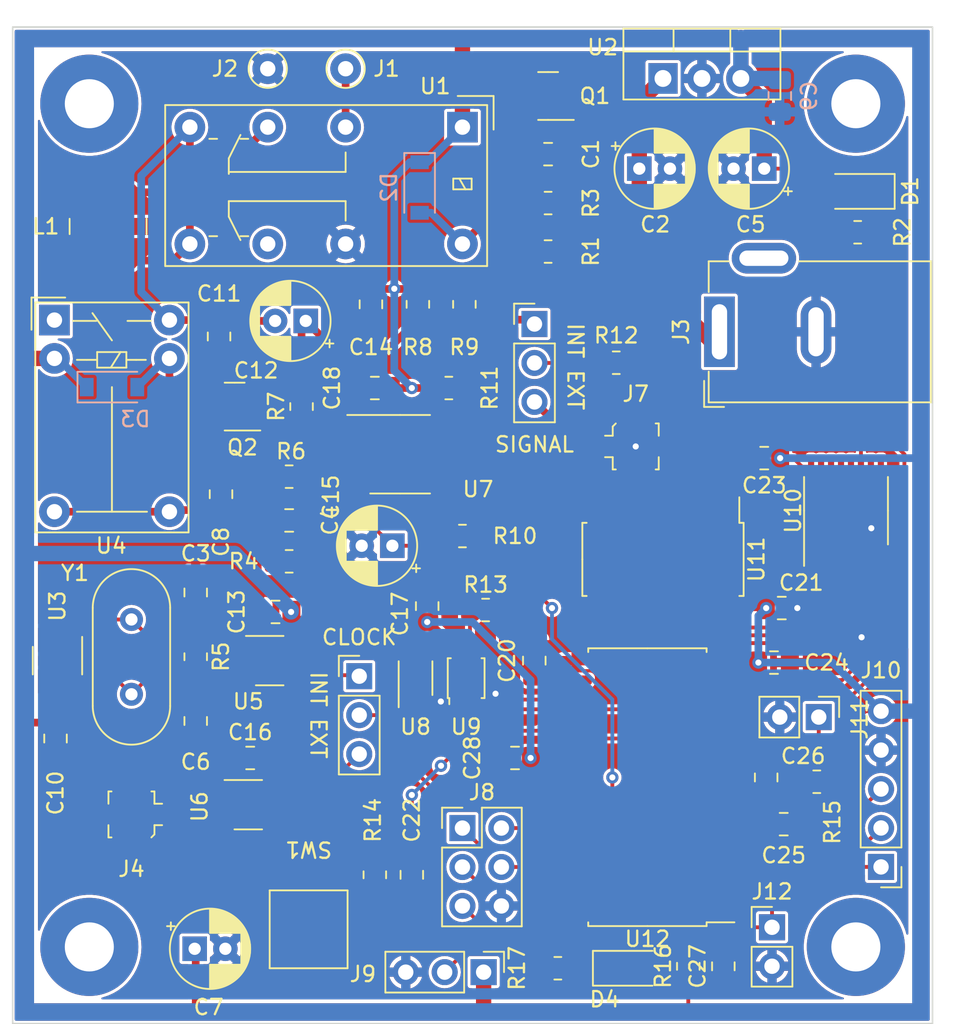
<source format=kicad_pcb>
(kicad_pcb (version 20211014) (generator pcbnew)
  (layers (0 "F.Cu" signal) (31 "B.Cu" signal) (34 "B.Paste" user) (35 "F.Paste" user) (36 "B.SilkS" user "B.Silkscreen") (37 "F.SilkS" user "F.Silkscreen") (38 "B.Mask" user) (39 "F.Mask" user) (44 "Edge.Cuts" user))
  (net 0 "")
  (net 1 "/MODE_RELAY")
  (net 2 "/CAL_RELAY")
  (net 3 "Net-(C12-Pad1)")
  (net 4 "GND")
  (net 5 "Net-(C2-Pad1)")
  (net 6 "Net-(C3-Pad1)")
  (net 7 "Net-(C4-Pad2)")
  (net 8 "Net-(C8-Pad2)")
  (net 9 "Net-(C11-Pad2)")
  (net 10 "Net-(C15-Pad1)")
  (net 11 "/MODE")
  (net 12 "Net-(C6-Pad1)")
  (net 13 "Net-(D1-Pad1)")
  (net 14 "/CAL")
  (net 15 "Net-(C1-Pad2)")
  (net 16 "Net-(J4-Pad1)")
  (net 17 "/MOD_SEL")
  (net 18 "Net-(J1-Pad1)")
  (net 19 "Net-(L1-Pad2)")
  (net 20 "Net-(J5-Pad1)")
  (net 21 "Net-(J5-Pad3)")
  (net 22 "/IPOL")
  (net 23 "/~{RESET}")
  (net 24 "/SIG_OUT")
  (net 25 "/ADR2")
  (net 26 "Net-(J6-Pad1)")
  (net 27 "/ADR1")
  (net 28 "/AVRCLK")
  (net 29 "/ICP1")
  (net 30 "/ADR0")
  (net 31 "+5V")
  (net 32 "Net-(J6-Pad2)")
  (net 33 "/SIG_RED")
  (net 34 "Net-(R13-Pad2)")
  (net 35 "/CAL_SEL")
  (net 36 "Net-(R14-Pad1)")
  (net 38 "Net-(J6-Pad3)")
  (net 42 "/UPDI")
  (net 43 "Net-(U8-Pad5)")
  (net 44 "Net-(D4-Pad1)")
  (net 45 "Net-(U9-Pad1)")
  (net 46 "Net-(U10-Pad1)")
  (net 47 "Net-(U10-Pad3)")
  (net 48 "Net-(U10-Pad4)")
  (net 50 "Net-(U10-Pad6)")
  (net 56 "/DISP{slash}SS")
  (net 57 "Net-(U10-Pad2)")
  (net 58 "Net-(U10-Pad5)")
  (net 59 "Net-(U10-Pad7)")
  (net 60 "Net-(U10-Pad15)")
  (net 61 "/DISP{slash}SDA")
  (net 62 "/DISP{slash}SDC")
  (net 63 "Net-(U12-Pad1)")
  (net 64 "/UNUSED_1")
  (net 65 "/UNUSED_2")
  (net 66 "/UNUSED_3")
  (net 67 "/UNUSED_4")
  (net 68 "/UNUSED_5")
  (footprint "Capacitor_SMD:C_0805_2012Metric_Pad1.18x1.45mm_HandSolder" (layer "F.Cu") (at 167.767 82.677)
    (fp_text reference "C28")
    (fp_text value "100n")
  )
  (footprint "Capacitor_SMD:C_0805_2012Metric_Pad1.18x1.45mm_HandSolder" (layer "F.Cu") (at 152.146 73.152)
    (fp_text reference "C13")
    (fp_text value "100n")
  )
  (footprint "LED_SMD:LED_1206_3216Metric" (layer "F.Cu") (at 190.246 45.72 180)
    (fp_text reference "D1")
    (fp_text value "LED")
  )
  (footprint "MountingHole:MountingHole_3.2mm_M3_Pad" (layer "F.Cu") (at 140 40)
    (fp_text reference "H3" hide)
    (fp_text value "MountingHole")
  )
  (footprint "Package_TO_SOT_SMD:SOT-23-5_HandSoldering" (layer "F.Cu") (at 151.765 76.327)
    (fp_text reference "U5")
    (fp_text value "74AHC1G14")
  )
  (footprint "Resistor_SMD:R_0805_2012Metric_Pad1.20x1.40mm_HandSolder" (layer "F.Cu") (at 164.465 53.086 -90)
    (fp_text reference "R9")
    (fp_text value "100k")
  )
  (footprint "Resistor_SMD:R_0805_2012Metric_Pad1.20x1.40mm_HandSolder" (layer "F.Cu") (at 158.623 90.297 90)
    (fp_text reference "R14")
    (fp_text value "330R")
  )
  (footprint "Connector_Pin:Pin_D1.0mm_L10.0mm" (layer "F.Cu") (at 151.638 37.719)
    (fp_text reference "J2")
    (fp_text value "INPUT-")
  )
  (footprint "Connector_PinHeader_2.54mm:PinHeader_1x05_P2.54mm_Vertical" (layer "F.Cu") (at 191.643 89.784 180)
    (fp_text reference "J10")
    (fp_text value "DISPLAY")
  )
  (footprint "Capacitor_THT:CP_Radial_D5.0mm_P2.00mm" (layer "F.Cu") (at 146.872888 95.123)
    (fp_text reference "C7")
    (fp_text value "100u")
  )
  (footprint "Capacitor_SMD:C_0805_2012Metric_Pad1.18x1.45mm_HandSolder" (layer "F.Cu") (at 169.926 43.292 180)
    (fp_text reference "C1")
    (fp_text value "100n")
  )
  (footprint "Package_SO:SOIC-8-1EP_3.9x4.9mm_P1.27mm_EP2.41x3.3mm" (layer "F.Cu") (at 160.274 62.865)
    (fp_text reference "U7")
    (fp_text value "LM311")
  )
  (footprint "Resistor_SMD:R_0805_2012Metric_Pad1.20x1.40mm_HandSolder" (layer "F.Cu") (at 161.432 53.086 90)
    (fp_text reference "R8")
    (fp_text value "100k")
  )
  (footprint "Resistor_SMD:R_0805_2012Metric_Pad1.20x1.40mm_HandSolder" (layer "F.Cu") (at 163.449 58.547 180)
    (fp_text reference "R11")
    (fp_text value "1k")
  )
  (footprint "Capacitor_SMD:C_0805_2012Metric_Pad1.18x1.45mm_HandSolder" (layer "F.Cu") (at 161.036 90.297 -90)
    (fp_text reference "C22")
    (fp_text value "1u")
  )
  (footprint "Capacitor_SMD:C_0805_2012Metric_Pad1.18x1.45mm_HandSolder" (layer "F.Cu") (at 158.623 58.547)
    (fp_text reference "C18")
    (fp_text value "100n")
  )
  (footprint "Package_SO:SOIC-16_4.55x10.3mm_P1.27mm" (layer "F.Cu") (at 177.419 69.723 -90)
    (fp_text reference "U11")
    (fp_text value "74HCS251")
  )
  (footprint "custom:Omron G2E" (layer "F.Cu") (at 141.475 66.614 -90)
    (fp_text reference "U4")
    (fp_text value "Omron_G2E")
  )
  (footprint "Capacitor_SMD:C_0805_2012Metric_Pad1.18x1.45mm_HandSolder" (layer "F.Cu") (at 146.939 71.882 90)
    (fp_text reference "C3")
    (fp_text value "12p")
  )
  (footprint "Resistor_SMD:R_0805_2012Metric_Pad1.20x1.40mm_HandSolder" (layer "F.Cu") (at 146.939 76.073 -90)
    (fp_text reference "R5")
    (fp_text value "1M")
  )
  (footprint "Resistor_SMD:R_0805_2012Metric_Pad1.20x1.40mm_HandSolder" (layer "F.Cu") (at 179.07 96.266 90)
    (fp_text reference "R16")
    (fp_text value "10k-DNP")
  )
  (footprint "Capacitor_THT:CP_Radial_D5.0mm_P2.00mm" (layer "F.Cu") (at 154.117113 54.168 180)
    (fp_text reference "C12")
    (fp_text value "10u")
  )
  (footprint "Connector_BarrelJack:BarrelJack_GCT_DCJ200-10-A_Horizontal" (layer "F.Cu") (at 181.102 54.879 90)
    (fp_text reference "J3")
    (fp_text value "Barrel_Jack")
  )
  (footprint "Connector_PinHeader_2.54mm:PinHeader_1x02_P2.54mm_Vertical" (layer "F.Cu") (at 187.579 80.01 -90)
    (fp_text reference "J11")
    (fp_text value "MODE_BUTTON")
  )
  (footprint "Package_TO_SOT_SMD:SOT-23" (layer "F.Cu") (at 149.479 59.756 180)
    (fp_text reference "Q2")
    (fp_text value "BC817")
  )
  (footprint "Resistor_SMD:R_0805_2012Metric_Pad1.20x1.40mm_HandSolder" (layer "F.Cu") (at 153.844 59.756 90)
    (fp_text reference "R7")
    (fp_text value "100k")
  )
  (footprint "Capacitor_SMD:C_0805_2012Metric_Pad1.18x1.45mm_HandSolder" (layer "F.Cu") (at 185.166 72.898 180)
    (fp_text reference "C21")
    (fp_text value "100n")
  )
  (footprint "Capacitor_SMD:C_0805_2012Metric_Pad1.18x1.45mm_HandSolder" (layer "F.Cu") (at 150.495 82.677)
    (fp_text reference "C16")
    (fp_text value "100n")
  )
  (footprint "Capacitor_SMD:C_0805_2012Metric_Pad1.18x1.45mm_HandSolder" (layer "F.Cu") (at 162.04 72.771 -90)
    (fp_text reference "C17")
    (fp_text value "100n")
  )
  (footprint "Capacitor_SMD:C_0805_2012Metric_Pad1.18x1.45mm_HandSolder" (layer "F.Cu") (at 153.035 67.183 180)
    (fp_text reference "C4")
    (fp_text value "100n")
  )
  (footprint "Capacitor_SMD:C_0805_2012Metric_Pad1.18x1.45mm_HandSolder" (layer "F.Cu") (at 146.939 80.264 -90)
    (fp_text reference "C6")
    (fp_text value "12p")
  )
  (footprint "Resistor_SMD:R_0805_2012Metric_Pad1.20x1.40mm_HandSolder" (layer "F.Cu") (at 153.035 64.328)
    (fp_text reference "R6")
    (fp_text value "10k")
  )
  (footprint "Capacitor_SMD:C_0805_2012Metric_Pad1.18x1.45mm_HandSolder" (layer "F.Cu") (at 148.463 55.184 90)
    (fp_text reference "C11")
    (fp_text value "1000p")
  )
  (footprint "Capacitor_SMD:C_0805_2012Metric_Pad1.18x1.45mm_HandSolder" (layer "F.Cu") (at 148.59 65.471 -90)
    (fp_text reference "C8")
    (fp_text value "1000p")
  )
  (footprint "LED_SMD:LED_1206_3216Metric" (layer "F.Cu") (at 175.133 96.393)
    (fp_text reference "D4")
    (fp_text value "LED")
  )
  (footprint "Resistor_SMD:R_0805_2012Metric_Pad1.20x1.40mm_HandSolder" (layer "F.Cu") (at 169.926 46.482)
    (fp_text reference "R3")
    (fp_text value "10k")
  )
  (footprint "Package_TO_SOT_THT:TO-220-3_Vertical" (layer "F.Cu") (at 177.419 38.354)
    (fp_text reference "U2")
    (fp_text value "L7805")
  )
  (footprint "custom:Omron G2V-2" (layer "F.Cu") (at 155.448 45.339 180)
    (fp_text reference "U1")
    (fp_text value "Omron_G2V")
  )
  (footprint "Capacitor_SMD:C_0805_2012Metric_Pad1.18x1.45mm_HandSolder" (layer "F.Cu") (at 184.15 83.947 -90)
    (fp_text reference "C26")
    (fp_text value "100n")
  )
  (footprint "Capacitor_SMD:C_0805_2012Metric_Pad1.18x1.45mm_HandSolder" (layer "F.Cu") (at 185.293 86.995 180)
    (fp_text reference "C25")
    (fp_text value "100n")
  )
  (footprint "Resistor_SMD:R_0805_2012Metric_Pad1.20x1.40mm_HandSolder" (layer "F.Cu") (at 164.338 68.199)
    (fp_text reference "R10")
    (fp_text value "47k")
  )
  (footprint "Resistor_SMD:R_0805_2012Metric_Pad1.20x1.40mm_HandSolder" (layer "F.Cu") (at 153.035 69.85)
    (fp_text reference "R4")
    (fp_text value "1k")
  )
  (footprint "Package_SO:VSSOP-8_2.3x2mm_P0.5mm" (layer "F.Cu") (at 161.278 77.47 90)
    (fp_text reference "U8")
    (fp_text value "74AUC1G74")
  )
  (footprint "Resistor_SMD:R_0805_2012Metric_Pad1.20x1.40mm_HandSolder" (layer "F.Cu") (at 174.371 56.896)
    (fp_text reference "R12")
    (fp_text value "6k8")
  )
  (footprint "custom:BUTTON_5X5" (layer "F.Cu") (at 154.305 93.853 -90)
    (fp_text reference "SW1")
    (fp_text value "RESET_BTN")
  )
  (footprint "Package_SO:VSSOP-8_2.4x2.1mm_P0.5mm" (layer "F.Cu") (at 164.58 77.47 90)
    (fp_text reference "U9")
    (fp_text value "74AUC2G125")
  )
  (footprint "Connector_PinHeader_2.54mm:PinHeader_1x02_P2.54mm_Vertical" (layer "F.Cu") (at 184.531 93.721)
    (fp_text reference "J12")
    (fp_text value "CAL_BUTTON")
  )
  (footprint "Resistor_SMD:R_0805_2012Metric_Pad1.20x1.40mm_HandSolder" (layer "F.Cu") (at 165.85 73.025 180)
    (fp_text reference "R13")
    (fp_text value "200R")
  )
  (footprint "Connector_Pin:Pin_D1.0mm_L10.0mm" (layer "F.Cu") (at 156.718 37.719)
    (fp_text reference "J1")
    (fp_text value "INPUT+")
  )
  (footprint "Capacitor_SMD:C_0805_2012Metric_Pad1.18x1.45mm_HandSolder" (layer "F.Cu") (at 184.658 76.454 180)
    (fp_text reference "C24")
    (fp_text value "100n")
  )
  (footprint "Resistor_SMD:R_0805_2012Metric_Pad1.20x1.40mm_HandSolder" (layer "F.Cu") (at 169.926 49.642)
    (fp_text reference "R1")
    (fp_text value "1k")
  )
  (footprint "Resistor_SMD:R_0805_2012Metric_Pad1.20x1.40mm_HandSolder" (layer "F.Cu") (at 170.561 96.393 180)
    (fp_text reference "R17")
    (fp_text value "470R")
  )
  (footprint "Capacitor_SMD:C_0805_2012Metric_Pad1.18x1.45mm_HandSolder" (layer "F.Cu") (at 158.369 53.086 90)
    (fp_text reference "C14")
    (fp_text value "100n")
  )
  (footprint "Package_TO_SOT_SMD:SOT-23" (layer "F.Cu") (at 169.926 39.497 180)
    (fp_text reference "Q1")
    (fp_text value "BC817")
  )
  (footprint "Crystal:Crystal_HC49-4H_Vertical" (layer "F.Cu") (at 142.748 78.523 90)
    (fp_text reference "Y1")
    (fp_text value "10MHz")
  )
  (footprint "Connector_Coaxial:U.FL_Molex_MCRF_73412-0110_Vertical" (layer "F.Cu") (at 142.748 86.36 90)
    (fp_text reference "J4")
    (fp_text value "EXT_CLK")
  )
  (footprint "Capacitor_THT:CP_Radial_D5.0mm_P2.00mm" (layer "F.Cu") (at 175.873776 44.237)
    (fp_text reference "C2")
    (fp_text value "100u")
  )
  (footprint "Capacitor_THT:CP_Radial_D5.0mm_P2.00mm" (layer "F.Cu") (at 159.766 68.834 180)
    (fp_text reference "C15")
    (fp_text value "10u")
  )
  (footprint "Capacitor_SMD:C_0805_2012Metric_Pad1.18x1.45mm_HandSolder" (layer "F.Cu") (at 169.025 76.327 -90)
    (fp_text reference "C20")
    (fp_text value "470p")
  )
  (footprint "Package_SO:SOIC-28W_7.5x17.9mm_P1.27mm" (layer "F.Cu") (at 176.403 84.582 180)
    (fp_text reference "U12")
    (fp_text value "AVR32DB28x-xSO")
  )
  (footprint "MountingHole:MountingHole_3.2mm_M3_Pad" (layer "F.Cu") (at 190 95)
    (fp_text reference "H4" hide)
    (fp_text value "MountingHole")
  )
  (footprint "Connector_Coaxial:U.FL_Molex_MCRF_73412-0110_Vertical" (layer "F.Cu") (at 175.641 62.357 -90)
    (fp_text reference "J7")
    (fp_text value "EXT_SIG")
  )
  (footprint "Package_TO_SOT_SMD:SOT-23-5_HandSoldering" (layer "F.Cu") (at 150.368 85.725)
    (fp_text reference "U6")
    (fp_text value "74AHC1G04")
  )
  (footprint "Capacitor_SMD:C_0805_2012Metric_Pad1.18x1.45mm_HandSolder" (layer "F.Cu") (at 181.356 96.266 90)
    (fp_text reference "C27")
    (fp_text value "100n")
  )
  (footprint "Capacitor_SMD:C_0805_2012Metric_Pad1.18x1.45mm_HandSolder" (layer "F.Cu") (at 137.795 81.407 90)
    (fp_text reference "C10")
    (fp_text value "100n")
  )
  (footprint "Connector_PinHeader_2.54mm:PinHeader_1x03_P2.54mm_Vertical" (layer "F.Cu") (at 157.607 77.343)
    (fp_text reference "J5" hide)
    (fp_text value "CLKSRC")
  )
  (footprint "Connector_PinHeader_2.54mm:PinHeader_1x03_P2.54mm_Vertical" (layer "F.Cu") (at 165.72 96.647 -90)
    (fp_text reference "J9")
    (fp_text value "PROG")
  )
  (footprint "Resistor_SMD:R_0805_2012Metric_Pad1.20x1.40mm_HandSolder" (layer "F.Cu") (at 190.119 48.387 180)
    (fp_text reference "R2")
    (fp_text value "470R")
  )
  (footprint "Connector_PinHeader_2.54mm:PinHeader_1x03_P2.54mm_Vertical" (layer "F.Cu") (at 169.037 54.371)
    (fp_text reference "J6" hide)
    (fp_text value "SIGSRC")
  )
  (footprint "Resistor_SMD:R_0805_2012Metric_Pad1.20x1.40mm_HandSolder" (layer "F.Cu") (at 187.452 84.228 180)
    (fp_text reference "R15")
    (fp_text value "10k-DNP")
  )
  (footprint "Connector_PinHeader_2.54mm:PinHeader_2x03_P2.54mm_Vertical" (layer "F.Cu") (at 164.338 87.249)
    (fp_text reference "J8")
    (fp_text value "Conn_01x06_Male")
  )
  (footprint "MountingHole:MountingHole_3.2mm_M3_Pad" (layer "F.Cu") (at 140 95)
    (fp_text reference "H2" hide)
    (fp_text value "MountingHole")
  )
  (footprint "Capacitor_SMD:C_0805_2012Metric_Pad1.18x1.45mm_HandSolder" (layer "F.Cu") (at 184.023 63.119)
    (fp_text reference "C23")
    (fp_text value "100n")
  )
  (footprint "Capacitor_THT:CP_Radial_D5.0mm_P2.00mm" (layer "F.Cu") (at 184.023 44.237 180)
    (fp_text reference "C5")
    (fp_text value "100u")
  )
  (footprint "Package_SO:TSSOP-16_4.4x5mm_P0.65mm" (layer "F.Cu") (at 189.357 66.548 90)
    (fp_text reference "U10")
    (fp_text value "74HC590PW,118")
  )
  (footprint "MountingHole:MountingHole_3.2mm_M3_Pad" (layer "F.Cu") (at 190 40)
    (fp_text reference "H1" hide)
    (fp_text value "MountingHole")
  )
  (footprint "Inductor_SMD:L_Coilcraft_LPS5030" (layer "F.Cu") (at 141.224 48.006 -90)
    (fp_text reference "L1")
    (fp_text value "100u")
  )
  (footprint "Package_TO_SOT_SMD:SOT-23-5_HandSoldering" (layer "F.Cu") (at 137.922 76.327 -90)
    (fp_text reference "U3")
    (fp_text value "74AHC1G04")
  )
  (footprint "Capacitor_SMD:C_0805_2012Metric_Pad1.18x1.45mm_HandSolder" (layer "B.Cu") (at 185.039 39.497 90)
    (fp_text reference "C9")
    (fp_text value "100n")
  )
  (footprint "Diode_SMD:D_SOD-123" (layer "B.Cu") (at 161.544 45.466 -90)
    (fp_text reference "D2")
    (fp_text value "1N4148W")
  )
  (footprint "Diode_SMD:D_SOD-123" (layer "B.Cu") (at 141.478 58.486)
    (fp_text reference "D3")
    (fp_text value "1N4148W")
  )
  (gr_rect locked (start 135 100) (end 195 35) (layer "Edge.Cuts") (width 0.1) (fill none))
  (gr_text "CLOCK" (at 157.607 74.803) (layer "F.SilkS") (effects (font (size 1 1))))
  (gr_text "INT EXT" (at 171.704 57.15 270) (layer "F.SilkS") (effects (font (size 1 1))))
  (gr_text "INT EXT" (at 154.94 79.883 270) (layer "F.SilkS") (effects (font (size 1 1))))
  (gr_text "SIGNAL" (at 169.037 62.23) (layer "F.SilkS") (effects (font (size 1 1))))
  (segment (start 168.9885 39.497) (end 167.894 39.497) (width 0.5) (layer "F.Cu") (net 1))
  (segment (start 167.894 39.497) (end 166.878 40.513) (width 0.5) (layer "F.Cu") (net 1))
  (segment (start 166.878 46.609) (end 164.338 49.149) (width 0.5) (layer "F.Cu") (net 1))
  (segment (start 166.878 40.513) (end 166.878 46.609) (width 0.5) (layer "F.Cu") (net 1))
  (segment (start 161.544 47.116) (end 162.305 47.116) (width 0.5) (layer "B.Cu") (net 1))
  (segment (start 162.305 47.116) (end 164.338 49.149) (width 0.5) (layer "B.Cu") (net 1))
  (segment (start 147.132 59.756) (end 145.225 57.849) (width 0.5) (layer "F.Cu") (net 2))
  (segment (start 145.225 57.849) (end 145.225 56.614) (width 0.5) (layer "F.Cu") (net 2))
  (segment (start 148.5415 59.756) (end 147.132 59.756) (width 0.5) (layer "F.Cu") (net 2))
  (segment (start 145 56.614) (end 143.128 58.486) (width 0.5) (layer "B.Cu") (net 2))
  (segment (start 145.225 56.614) (end 145 56.614) (width 0.5) (layer "B.Cu") (net 2))
  (segment (start 155.110113 55.161) (end 155.110113 55.161113) (width 0.5) (layer "F.Cu") (net 3))
  (segment (start 155.110113 55.161113) (end 155.829 55.88) (width 0.5) (layer "F.Cu") (net 3))
  (segment (start 159.638 55.88) (end 161.432 54.086) (width 0.5) (layer "F.Cu") (net 3))
  (segment (start 154.117113 54.168) (end 155.110113 55.161) (width 0.5) (layer "F.Cu") (net 3))
  (segment (start 153.844 58.756) (end 153.844 54.441113) (width 0.5) (layer "F.Cu") (net 3))
  (segment (start 161.814 54.086) (end 161.432 54.086) (width 0.5) (layer "F.Cu") (net 3))
  (segment (start 156.718 62.23) (end 155.448 60.96) (width 0.25) (layer "F.Cu") (net 3))
  (segment (start 153.844 54.441113) (end 154.117113 54.168) (width 0.5) (layer "F.Cu") (net 3))
  (segment (start 164.465 52.086) (end 163.814 52.086) (width 0.5) (layer "F.Cu") (net 3))
  (segment (start 155.829 55.88) (end 159.638 55.88) (width 0.5) (layer "F.Cu") (net 3))
  (segment (start 163.814 52.086) (end 161.814 54.086) (width 0.5) (layer "F.Cu") (net 3))
  (segment (start 155.448 60.96) (end 155.448 59.944) (width 0.25) (layer "F.Cu") (net 3))
  (segment (start 154.26 58.756) (end 153.844 58.756) (width 0.25) (layer "F.Cu") (net 3))
  (segment (start 155.448 59.944) (end 154.26 58.756) (width 0.25) (layer "F.Cu") (net 3))
  (segment (start 157.799 62.23) (end 156.718 62.23) (width 0.25) (layer "F.Cu") (net 3))
  (via (at 191.008 67.691) (size 0.8) (drill 0.4) (layers "F.Cu" "B.Cu") (net 4))
  (via (at 186.182 72.898) (size 0.8) (drill 0.4) (layers "F.Cu" "B.Cu") (net 4))
  (via (at 166.497 78.486) (size 0.8) (drill 0.4) (layers "F.Cu" "B.Cu") (net 4))
  (via (at 190.373 74.803) (size 0.8) (drill 0.4) (layers "F.Cu" "B.Cu") (net 4))
  (via (at 162.929 78.994) (size 0.8) (drill 0.4) (layers "F.Cu" "B.Cu") (net 4))
  (via (at 175.641 62.357) (size 0.8) (drill 0.4) (layers "F.Cu" "B.Cu") (net 4))
  (segment (start 175.873776 44.237) (end 175.873776 50.793776) (width 1) (layer "F.Cu") (net 5))
  (segment (start 175.873776 50.793776) (end 181.102 56.022) (width 1) (layer "F.Cu") (net 5))
  (segment (start 175.873776 39.899224) (end 177.419 38.354) (width 1) (layer "F.Cu") (net 5))
  (segment (start 175.873776 44.237) (end 175.873776 39.899224) (width 1) (layer "F.Cu") (net 5))
  (segment (start 137.795 74.977) (end 137.795 74.168) (width 0.25) (layer "F.Cu") (net 6))
  (segment (start 138.32 73.643) (end 142.748 73.643) (width 0.25) (layer "F.Cu") (net 6))
  (segment (start 142.748 73.643) (end 144.178 75.073) (width 0.25) (layer "F.Cu") (net 6))
  (segment (start 146.939 72.9195) (end 146.939 75.073) (width 0.25) (layer "F.Cu") (net 6))
  (segment (start 137.795 74.168) (end 138.32 73.643) (width 0.25) (layer "F.Cu") (net 6))
  (segment (start 144.178 75.073) (end 146.939 75.073) (width 0.25) (layer "F.Cu") (net 6))
  (segment (start 152.035 67.2205) (end 151.9975 67.183) (width 0.5) (layer "F.Cu") (net 7))
  (segment (start 152.035 69.85) (end 152.035 67.2205) (width 0.5) (layer "F.Cu") (net 7))
  (segment (start 152.035 62.881) (end 152.035 64.328) (width 0.5) (layer "F.Cu") (net 7))
  (segment (start 151.9975 64.3655) (end 152.035 64.328) (width 0.5) (layer "F.Cu") (net 7))
  (segment (start 150.4165 61.2625) (end 152.035 62.881) (width 0.5) (layer "F.Cu") (net 7))
  (segment (start 150.4165 60.706) (end 150.4165 61.2625) (width 0.5) (layer "F.Cu") (net 7))
  (segment (start 151.9975 67.183) (end 151.9975 64.3655) (width 0.5) (layer "F.Cu") (net 7))
  (segment (start 137.725 66.614) (end 145.225 66.614) (width 0.5) (layer "F.Cu") (net 8))
  (segment (start 145.3305 66.5085) (end 145.225 66.614) (width 0.5) (layer "F.Cu") (net 8))
  (segment (start 148.59 66.5085) (end 145.3305 66.5085) (width 0.5) (layer "F.Cu") (net 8))
  (segment (start 148.4305 54.114) (end 148.463 54.1465) (width 0.5) (layer "F.Cu") (net 9))
  (segment (start 145.225 54.114) (end 148.4305 54.114) (width 0.5) (layer "F.Cu") (net 9))
  (segment (start 146.558 41.529) (end 146.558 43.815) (width 0.5) (layer "F.Cu") (net 9))
  (segment (start 152.117113 54.168) (end 148.4845 54.168) (width 0.5) (layer "F.Cu") (net 9))
  (segment (start 148.4845 54.168) (end 148.463 54.1465) (width 0.5) (layer "F.Cu") (net 9))
  (segment (start 144.5945 45.7785) (end 141.224 45.7785) (width 0.5) (layer "F.Cu") (net 9))
  (segment (start 146.558 43.815) (end 144.5945 45.7785) (width 0.5) (layer "F.Cu") (net 9))
  (segment (start 145.225 54.114) (end 143.383 52.272) (width 0.5) (layer "B.Cu") (net 9))
  (segment (start 143.383 44.704) (end 146.558 41.529) (width 0.5) (layer "B.Cu") (net 9))
  (segment (start 143.383 52.272) (end 143.383 44.704) (width 0.5) (layer "B.Cu") (net 9))
  (segment (start 155.956 64.262) (end 155.956 66.167) (width 0.25) (layer "F.Cu") (net 10))
  (segment (start 161.925 68.199) (end 163.338 68.199) (width 0.25) (layer "F.Cu") (net 10))
  (segment (start 156.972 67.183) (end 157.861 67.183) (width 0.25) (layer "F.Cu") (net 10))
  (segment (start 159.766 68.834) (end 158.115 67.183) (width 0.25) (layer "F.Cu") (net 10))
  (segment (start 156.718 63.5) (end 155.956 64.262) (width 0.25) (layer "F.Cu") (net 10))
  (segment (start 161.29 68.834) (end 161.925 68.199) (width 0.25) (layer "F.Cu") (net 10))
  (segment (start 155.956 66.167) (end 156.972 67.183) (width 0.25) (layer "F.Cu") (net 10))
  (segment (start 159.766 68.834) (end 161.29 68.834) (width 0.25) (layer "F.Cu") (net 10))
  (segment (start 158.115 67.183) (end 157.861 67.183) (width 0.25) (layer "F.Cu") (net 10))
  (segment (start 157.799 63.5) (end 156.718 63.5) (width 0.25) (layer "F.Cu") (net 10))
  (segment (start 171.435 49.642) (end 170.926 49.642) (width 0.25) (layer "F.Cu") (net 11))
  (segment (start 182.753 83.312) (end 182.753 79.687) (width 0.25) (layer "F.Cu") (net 11))
  (segment (start 181.864 60.071) (end 171.435 49.642) (width 0.25) (layer "F.Cu") (net 11))
  (segment (start 182.753 79.687) (end 183.925 78.515) (width 0.25) (layer "F.Cu") (net 11))
  (segment (start 183.925 78.515) (end 189.836 78.515) (width 0.25) (layer "F.Cu") (net 11))
  (segment (start 181.053 83.947) (end 182.118 83.947) (width 0.25) (layer "F.Cu") (net 11))
  (segment (start 193.167 62.865) (end 190.373 60.071) (width 0.25) (layer "F.Cu") (net 11))
  (segment (start 190.373 60.071) (end 181.864 60.071) (width 0.25) (layer "F.Cu") (net 11))
  (segment (start 193.167 75.184) (end 193.167 62.865) (width 0.25) (layer "F.Cu") (net 11))
  (segment (start 189.836 78.515) (end 193.167 75.184) (width 0.25) (layer "F.Cu") (net 11))
  (segment (start 182.118 83.947) (end 182.753 83.312) (width 0.25) (layer "F.Cu") (net 11))
  (segment (start 140.552 76.327) (end 142.748 78.523) (width 0.25) (layer "F.Cu") (net 12))
  (segment (start 146.923 77.089) (end 146.939 77.073) (width 0.25) (layer "F.Cu") (net 12))
  (segment (start 136.845 77.677) (end 136.845 77.277) (width 0.25) (layer "F.Cu") (net 12))
  (segment (start 148.225 77.073) (end 148.971 76.327) (width 0.25) (layer "F.Cu") (net 12))
  (segment (start 137.795 76.327) (end 140.552 76.327) (width 0.25) (layer "F.Cu") (net 12))
  (segment (start 148.971 76.327) (end 150.415 76.327) (width 0.25) (layer "F.Cu") (net 12))
  (segment (start 146.939 77.073) (end 148.225 77.073) (width 0.25) (layer "F.Cu") (net 12))
  (segment (start 146.939 79.2265) (end 146.939 77.073) (width 0.25) (layer "F.Cu") (net 12))
  (segment (start 144.182 77.089) (end 146.923 77.089) (width 0.25) (layer "F.Cu") (net 12))
  (segment (start 136.845 77.277) (end 137.795 76.327) (width 0.25) (layer "F.Cu") (net 12))
  (segment (start 142.748 78.523) (end 144.182 77.089) (width 0.25) (layer "F.Cu") (net 12))
  (segment (start 191.646 47.114) (end 191.646 45.72) (width 0.25) (layer "F.Cu") (net 13))
  (segment (start 191.119 47.641) (end 191.646 47.114) (width 0.25) (layer "F.Cu") (net 13))
  (segment (start 191.119 48.387) (end 191.119 47.641) (width 0.25) (layer "F.Cu") (net 13))
  (segment (start 154.035 69.85) (end 155.194 69.85) (width 0.25) (layer "F.Cu") (net 14))
  (segment (start 173.609 86.487) (end 171.753 86.487) (width 0.25) (layer "F.Cu") (net 14))
  (segment (start 155.194 69.85) (end 155.702 70.358) (width 0.25) (layer "F.Cu") (net 14))
  (segment (start 174.117 85.979) (end 173.609 86.487) (width 0.25) (layer "F.Cu") (net 14))
  (segment (start 174.117 83.947) (end 174.117 85.979) (width 0.25) (layer "F.Cu") (net 14))
  (segment (start 155.702 70.358) (end 167.64 70.358) (width 0.25) (layer "F.Cu") (net 14))
  (segment (start 167.64 70.358) (end 170.18 72.898) (width 0.25) (layer "F.Cu") (net 14))
  (via (at 170.18 72.898) (size 0.8) (drill 0.4) (layers "F.Cu" "B.Cu") (net 14))
  (via (at 174.117 83.947) (size 0.8) (drill 0.4) (layers "F.Cu" "B.Cu") (net 14))
  (segment (start 174.117 83.947) (end 174.117 78.867) (width 0.25) (layer "B.Cu") (net 14))
  (segment (start 174.117 78.867) (end 170.18 74.93) (width 0.25) (layer "B.Cu") (net 14))
  (segment (start 170.18 74.93) (end 170.18 72.898) (width 0.25) (layer "B.Cu") (net 14))
  (segment (start 170.246 40.447) (end 168.8885 41.8045) (width 0.5) (layer "F.Cu") (net 15))
  (segment (start 168.8885 46.4445) (end 168.926 46.482) (width 0.5) (layer "F.Cu") (net 15))
  (segment (start 168.8885 41.8045) (end 168.8885 43.292) (width 0.5) (layer "F.Cu") (net 15))
  (segment (start 168.8885 43.292) (end 168.8885 46.4445) (width 0.5) (layer "F.Cu") (net 15))
  (segment (start 170.8635 40.447) (end 170.246 40.447) (width 0.5) (layer "F.Cu") (net 15))
  (segment (start 168.926 49.642) (end 168.926 46.482) (width 0.5) (layer "F.Cu") (net 15))
  (segment (start 146.05 86.36) (end 144.248 86.36) (width 0.2) (layer "F.Cu") (net 16))
  (segment (start 146.685 85.725) (end 146.05 86.36) (width 0.2) (layer "F.Cu") (net 16))
  (segment (start 149.018 85.725) (end 146.685 85.725) (width 0.2) (layer "F.Cu") (net 16))
  (segment (start 186.452 84.228) (end 186.452 82.915) (width 0.25) (layer "F.Cu") (net 17))
  (segment (start 184.4255 84.709) (end 184.15 84.9845) (width 0.25) (layer "F.Cu") (net 17))
  (segment (start 185.674 84.201) (end 185.166 84.709) (width 0.25) (layer "F.Cu") (net 17))
  (segment (start 185.166 84.709) (end 184.4255 84.709) (width 0.25) (layer "F.Cu") (net 17))
  (segment (start 186.452 82.915) (end 187.579 81.788) (width 0.25) (layer "F.Cu") (net 17))
  (segment (start 183.9175 85.217) (end 184.15 84.9845) (width 0.25) (layer "F.Cu") (net 17))
  (segment (start 187.579 81.788) (end 187.579 80.01) (width 0.25) (layer "F.Cu") (net 17))
  (segment (start 181.053 85.217) (end 183.9175 85.217) (width 0.25) (layer "F.Cu") (net 17))
  (segment (start 185.701 84.228) (end 185.674 84.201) (width 0.25) (layer "F.Cu") (net 17))
  (segment (start 186.452 84.228) (end 185.701 84.228) (width 0.25) (layer "F.Cu") (net 17))
  (segment (start 156.718 41.529) (end 156.718 37.719) (width 0.5) (layer "F.Cu") (net 18))
  (segment (start 146.558 46.609) (end 151.638 41.529) (width 0.5) (layer "F.Cu") (net 19))
  (segment (start 146.558 49.149) (end 146.558 46.609) (width 0.5) (layer "F.Cu") (net 19))
  (segment (start 141.224 50.2335) (end 145.4735 50.2335) (width 0.5) (layer "F.Cu") (net 19))
  (segment (start 145.4735 50.2335) (end 146.558 49.149) (width 0.5) (layer "F.Cu") (net 19))
  (segment (start 153.115 77.277) (end 157.541 77.277) (width 0.25) (layer "F.Cu") (net 20))
  (segment (start 157.541 77.277) (end 157.607 77.343) (width 0.25) (layer "F.Cu") (net 20))
  (segment (start 153.355 86.675) (end 151.718 86.675) (width 0.25) (layer "F.Cu") (net 21))
  (segment (start 157.607 82.423) (end 153.355 86.675) (width 0.25) (layer "F.Cu") (net 21))
  (segment (start 166.85 73.025) (end 166.85 75.1895) (width 0.25) (layer "F.Cu") (net 22))
  (segment (start 169.025 77.3645) (end 169.2575 77.597) (width 0.25) (layer "F.Cu") (net 22))
  (segment (start 166.85 75.1895) (end 169.025 77.3645) (width 0.25) (layer "F.Cu") (net 22))
  (segment (start 169.2575 77.597) (end 171.753 77.597) (width 0.25) (layer "F.Cu") (net 22))
  (segment (start 161.036 85.09) (end 161.036 89.2595) (width 0.25) (layer "F.Cu") (net 23))
  (segment (start 165.227 80.899) (end 162.941 83.185) (width 0.25) (layer "F.Cu") (net 23))
  (segment (start 171.753 80.137) (end 170.053 80.137) (width 0.25) (layer "F.Cu") (net 23))
  (segment (start 160.9985 89.297) (end 161.036 89.2595) (width 0.25) (layer "F.Cu") (net 23))
  (segment (start 158.623 89.297) (end 160.9985 89.297) (width 0.25) (layer "F.Cu") (net 23))
  (segment (start 170.053 80.137) (end 169.291 80.899) (width 0.25) (layer "F.Cu") (net 23))
  (segment (start 169.291 80.899) (end 165.227 80.899) (width 0.25) (layer "F.Cu") (net 23))
  (via (at 161.036 85.09) (size 0.8) (drill 0.4) (layers "F.Cu" "B.Cu") (net 23))
  (via (at 162.941 83.185) (size 0.8) (drill 0.4) (layers "F.Cu" "B.Cu") (net 23))
  (segment (start 162.941 83.185) (end 161.036 85.09) (width 0.25) (layer "B.Cu") (net 23))
  (segment (start 180.959 61.341) (end 187.198 61.341) (width 0.25) (layer "F.Cu") (net 24))
  (segment (start 190.332 65.364) (end 192.2145 67.2465) (width 0.25) (layer "F.Cu") (net 24))
  (segment (start 187.198 61.341) (end 187.579 61.341) (width 0.25) (layer "F.Cu") (net 24))
  (segment (start 176.514 56.896) (end 180.959 61.341) (width 0.25) (layer "F.Cu") (net 24))
  (segment (start 176.514 56.896) (end 175.371 56.896) (width 0.25) (layer "F.Cu") (net 24))
  (segment (start 190.332 62.443) (end 189.23 61.341) (width 0.25) (layer "F.Cu") (net 24))
  (segment (start 192.2145 67.2465) (end 192.2145 74.4855) (width 0.25) (layer "F.Cu") (net 24))
  (segment (start 192.2145 74.4855) (end 189.103 77.597) (width 0.25) (layer "F.Cu") (net 24))
  (segment (start 190.332 63.6855) (end 190.332 62.443) (width 0.25) (layer "F.Cu") (net 24))
  (segment (start 189.103 77.597) (end 182.196 77.597) (width 0.25) (layer "F.Cu") (net 24))
  (segment (start 190.332 63.6855) (end 190.332 65.364) (width 0.25) (layer "F.Cu") (net 24))
  (segment (start 189.23 61.341) (end 187.198 61.341) (width 0.25) (layer "F.Cu") (net 24))
  (segment (start 172.974 74.422) (end 172.974 72.973) (width 0.25) (layer "F.Cu") (net 25))
  (segment (start 179.959 81.407) (end 172.974 74.422) (width 0.25) (layer "F.Cu") (net 25))
  (segment (start 181.053 81.407) (end 179.959 81.407) (width 0.25) (layer "F.Cu") (net 25))
  (segment (start 164.449 54.102) (end 164.465 54.086) (width 0.5) (layer "F.Cu") (net 26))
  (segment (start 164.465 61.468) (end 164.465 58.563) (width 0.25) (layer "F.Cu") (net 26))
  (segment (start 168.752 54.086) (end 169.037 54.371) (width 0.5) (layer "F.Cu") (net 26))
  (segment (start 165.354 68.183) (end 165.354 63.627) (width 0.25) (layer "F.Cu") (net 26))
  (segment (start 165.354 63.627) (end 163.957 62.23) (width 0.25) (layer "F.Cu") (net 26))
  (segment (start 165.338 68.199) (end 165.354 68.183) (width 0.25) (layer "F.Cu") (net 26))
  (segment (start 164.465 58.563) (end 164.449 58.547) (width 0.25) (layer "F.Cu") (net 26))
  (segment (start 164.465 54.086) (end 168.752 54.086) (width 0.5) (layer "F.Cu") (net 26))
  (segment (start 163.703 62.23) (end 164.465 61.468) (width 0.25) (layer "F.Cu") (net 26))
  (segment (start 164.449 58.547) (end 164.449 54.102) (width 0.5) (layer "F.Cu") (net 26))
  (segment (start 163.957 62.23) (end 162.749 62.23) (width 0.25) (layer "F.Cu") (net 26))
  (segment (start 162.749 62.23) (end 163.703 62.23) (width 0.25) (layer "F.Cu") (net 26))
  (segment (start 181.053 80.137) (end 179.959 80.137) (width 0.25) (layer "F.Cu") (net 27))
  (segment (start 179.959 80.137) (end 174.244 74.422) (width 0.25) (layer "F.Cu") (net 27))
  (segment (start 174.244 74.422) (end 174.244 72.973) (width 0.25) (layer "F.Cu") (net 27))
  (segment (start 160.528 79.02) (end 160.528 79.756) (width 0.25) (layer "F.Cu") (net 28))
  (segment (start 162.929 85.217) (end 171.753 85.217) (width 0.25) (layer "F.Cu") (net 28))
  (segment (start 160.528 82.816) (end 162.929 85.217) (width 0.25) (layer "F.Cu") (net 28))
  (segment (start 157.607 79.883) (end 160.401 79.883) (width 0.25) (layer "F.Cu") (net 28))
  (segment (start 160.528 79.756) (end 160.528 82.816) (width 0.25) (layer "F.Cu") (net 28))
  (segment (start 160.401 79.883) (end 160.528 79.756) (width 0.25) (layer "F.Cu") (net 28))
  (segment (start 168.263 78.867) (end 166.866 77.47) (width 0.25) (layer "F.Cu") (net 29))
  (segment (start 162.352 77.158) (end 161.528 77.982) (width 0.25) (layer "F.Cu") (net 29))
  (segment (start 166.866 77.458) (end 166.566 77.158) (width 0.25) (layer "F.Cu") (net 29))
  (segment (start 166.566 77.158) (end 162.352 77.158) (width 0.25) (layer "F.Cu") (net 29))
  (segment (start 166.866 77.47) (end 166.866 77.458) (width 0.25) (layer "F.Cu") (net 29))
  (segment (start 171.753 78.867) (end 168.263 78.867) (width 0.25) (layer "F.Cu") (net 29))
  (segment (start 161.528 77.982) (end 161.528 79.02) (width 0.25) (layer "F.Cu") (net 29))
  (segment (start 175.514 74.422) (end 175.514 72.973) (width 0.25) (layer "F.Cu") (net 30))
  (segment (start 181.053 78.867) (end 179.959 78.867) (width 0.25) (layer "F.Cu") (net 30))
  (segment (start 179.959 78.867) (end 175.514 74.422) (width 0.25) (layer "F.Cu") (net 30))
  (segment (start 189.357 80.899) (end 189.357 83.323) (width 0.25) (layer "F.Cu") (net 31))
  (segment (start 138.872 79.2925) (end 138.872 77.677) (width 0.5) (layer "F.Cu") (net 31))
  (segment (start 188.468 84.244) (end 188.452 84.228) (width 0.25) (layer "F.Cu") (net 31))
  (segment (start 135.763 80.391) (end 135.763 79.375) (width 0.5) (layer "F.Cu") (net 31))
  (segment (start 160.528 75.172) (end 160.7125 74.9875) (width 0.25) (layer "F.Cu") (net 31))
  (segment (start 158.4065 52.086) (end 158.369 52.0485) (width 0.5) (layer "F.Cu") (net 31))
  (segment (start 191.643 79.624) (end 190.632 79.624) (width 0.25) (layer "F.Cu") (net 31))
  (segment (start 161.028 75.319) (end 161.028 75.303) (width 0.25) (layer "F.Cu") (net 31))
  (segment (start 137.725 56.614) (end 135.791 56.614) (width 1) (layer "F.Cu") (net 31))
  (segment (start 185.928 63.119) (end 186.4945 63.6855) (width 0.25) (layer "F.Cu") (net 31))
  (segment (start 137.795 80.3695) (end 135.7845 80.3695) (width 0.5) (layer "F.Cu") (net 31))
  (segment (start 162.3155 73.8085) (end 162.04 73.8085) (width 0.25) (layer "F.Cu") (net 31))
  (segment (start 184.2555 86.995) (end 184.2555 86.8895) (width 0.25) (layer "F.Cu") (net 31))
  (segment (start 182.626 86.487) (end 183.134 86.995) (width 0.25) (layer "F.Cu") (net 31))
  (segment (start 162.449 58.547) (end 162.449 60.66) (width 0.5) (layer "F.Cu") (net 31))
  (segment (start 182.499 38.354) (end 182.499 35.687) (width 1) (layer "F.Cu") (net 31))
  (segment (start 161.432 52.086) (end 158.4065 52.086) (width 0.5) (layer "F.Cu") (net 31))
  (segment (start 183.134 86.995) (end 184.2555 86.995) (width 0.25) (layer "F.Cu") (net 31))
  (segment (start 135.7845 80.3695) (end 135.763 80.391) (width 0.5) (layer "F.Cu") (net 31))
  (segment (start 190.632 79.624) (end 189.357 80.899) (width 0.25) (layer "F.Cu") (net 31))
  (segment (start 159.6605 58.547) (end 162.449 58.547) (width 0.5) (layer "F.Cu") (net 31))
  (segment (start 153.115 75.377) (end 153.115 73.2205) (width 0.25) (layer "F.Cu") (net 31))
  (segment (start 161.028 75.303) (end 160.7125 74.9875) (width 0.25) (layer "F.Cu") (net 31))
  (segment (start 181.053 86.487) (end 182.626 86.487) (width 0.25) (layer "F.Cu") (net 31))
  (segment (start 146.939 95.123) (end 146.939 99.419775) (width 0.5) (layer "F.Cu") (net 31))
  (segment (start 162.0185 73.787) (end 162.04 73.8085) (width 0.5) (layer "F.Cu") (net 31))
  (segment (start 160.7125 74.9875) (end 160.776 74.924) (width 0.25) (layer "F.Cu") (net 31))
  (segment (start 185.0605 63.119) (end 185.928 63.119) (width 0.25) (layer "F.Cu") (net 31))
  (segment (start 151.718 82.8625) (end 151.5325 82.677) (width 0.2) (layer "F.Cu") (net 31))
  (segment (start 184.023 39.878) (end 182.499 38.354) (width 1) (layer "F.Cu") (net 31))
  (segment (start 171.753 82.677) (end 168.8045 82.677) (width 0.25) (layer "F.Cu") (net 31))
  (segment (start 161.528 75.92) (end 161.528 75.295) (width 0.25) (layer "F.Cu") (net 31))
  (segment (start 184.2555 86.8895) (end 185.547 85.598) (width 0.25) (layer "F.Cu") (net 31))
  (segment (start 187.239 44.237) (end 184.023 44.237) (width 0.25) (layer "F.Cu") (net 31))
  (segment (start 151.765 82.4445) (end 151.5325 82.677) (width 0.25) (layer "F.Cu") (net 31))
  (segment (start 137.795 80.3695) (end 138.872 79.2925) (width 0.5) (layer "F.Cu") (net 31))
  (segment (start 165.72 99.172) (end 165.735 99.187) (width 1) (layer "F.Cu") (net 31))
  (segment (start 163.83 75.92) (end 163.83 75.323) (width 0.25) (layer "F.Cu") (net 31))
  (segment (start 183.4935 76.327) (end 183.6205 76.454) (width 0.25) (layer "F.Cu") (net 31))
  (segment (start 185.547 85.598) (end 188.087 85.598) (width 0.25) (layer "F.Cu") (net 31))
  (segment (start 162.449 60.66) (end 162.749 60.96) (width 0.5) (layer "F.Cu") (net 31))
  (segment (start 184.023 44.237) (end 184.023 39.878) (width 1) (layer "F.Cu") (net 31))
  (segment (start 153.797 73.787) (end 153.162 73.152) (width 0.5) (layer "F.Cu") (net 31))
  (segment (start 161.028 75.319) (end 161.028 75.92) (width 0.25) (layer "F.Cu") (net 31))
  (segment (start 181.864 72.973) (end 183.8425 72.973) (width 0.25) (layer "F.Cu") (net 31))
  (segment (start 189.357 83.323) (end 188.452 84.228) (width 0.25) (layer "F.Cu") (net 31))
  (segment (start 181.053 76.327) (end 183.4935 76.327) (width 0.25) (layer "F.Cu") (net 31))
  (segment (start 151.718 84.775) (end 151.718 82.8625) (width 0.2) (layer "F.Cu") (net 31))
  (segment (start 188.846 45.72) (end 188.722 45.72) (width 0.25) (layer "F.Cu") (net 31))
  (segment (start 161.528 75.295) (end 161.29 75.057) (width 0.25) (layer "F.Cu") (net 31))
  (segment (start 161.29 75.057) (end 161.028 75.319) (width 0.25) (layer "F.Cu") (net 31))
  (segment (start 183.8425 72.973) (end 183.896 72.9195) (width 0.25) (layer "F.Cu") (net 31))
  (segment (start 151.765 76.727) (end 151.765 82.4445) (width 0.25) (layer "F.Cu") (net 31))
  (segment (start 160.528 75.92) (end 160.528 75.172) (width 0.25) (layer "F.Cu") (net 31))
  (segment (start 188.468 85.217) (end 188.468 84.244) (width 0.25) (layer "F.Cu") (net 31))
  (segment (start 153.797 73.787) (end 162.0185 73.787) (width 0.5) (layer "F.Cu") (net 31))
  (segment (start 160.776 74.924) (end 161.659 74.041) (width 0.25) (layer "F.Cu") (net 31))
  (segment (start 165.72 96.647) (end 165.72 99.172) (width 1) (layer "F.Cu") (net 31))
  (segment (start 163.83 75.323) (end 162.3155 73.8085) (width 0.25) (layer "F.Cu") (net 31))
  (segment (start 188.722 45.72) (end 187.239 44.237) (width 0.25) (layer "F.Cu") (net 31))
  (segment (start 161.659 74.041) (end 161.659 73.6815) (width 0.25) (layer "F.Cu") (net 31))
  (segment (start 153.115 75.377) (end 151.765 76.727) (width 0.25) (layer "F.Cu") (net 31))
  (segment (start 153.115 73.2205) (end 153.1835 73.152) (width 0.25) (layer "F.Cu") (net 31))
  (segment (start 186.4945 63.6855) (end 187.082 63.6855) (width 0.25) (layer "F.Cu") (net 31))
  (segment (start 188.087 85.598) (end 188.468 85.217) (width 0.25) (layer "F.Cu") (net 31))
  (segment (start 179.07 97.266) (end 179.07 99.314) (width 0.25) (layer "F.Cu") (net 31))
  (segment (start 164.338 41.529) (end 164.338 35.814) (width 1) (layer "F.Cu") (net 31))
  (via (at 185.0605 63.119) (size 0.8) (drill 0.4) (layers "F.Cu" "B.Cu") (net 31))
  (via (at 168.783 82.677) (size 0.8) (drill 0.4) (layers "F.Cu" "B.Cu") (net 31))
  (via (at 153.162 73.152) (size 0.8) (drill 0.4) (layers "F.Cu" "B.Cu") (net 31))
  (via (at 162.04 73.8085) (size 0.8) (drill 0.4) (layers "F.Cu" "B.Cu") (net 31))
  (via (at 159.893 52.07) (size 0.8) (drill 0.4) (layers "F.Cu" "B.Cu") (net 31))
  (via (at 184.15 72.898) (size 0.8) (drill 0.4) (layers "F.Cu" "B.Cu") (net 31))
  (via (at 161.036 58.547) (size 0.8) (drill 0.4) (layers "F.Cu" "B.Cu") (net 31))
  (via (at 183.642 76.454) (size 0.8) (drill 0.4) (layers "F.Cu" "B.Cu") (net 31))
  (segment (start 164.9945 73.8085) (end 168.783 77.597) (width 0.5) (layer "B.Cu") (net 31))
  (segment (start 135.763 69.342) (end 149.479 69.342) (width 1) (layer "B.Cu") (net 31))
  (segment (start 184.9335 38.354) (end 185.039 38.4595) (width 1) (layer "B.Cu") (net 31))
  (segment (start 149.479 69.342) (end 153.162 73.025) (width 1) (layer "B.Cu") (net 31))
  (segment (start 161.544 43.816) (end 162.051 43.816) (width 0.5) (layer "B.Cu") (net 31))
  (segment (start 137.725 56.614) (end 137.956 56.614) (width 0.5) (layer "B.Cu") (net 31))
  (segment (start 153.162 73.025) (end 153.162 73.152) (width 1) (layer "B.Cu") (net 31))
  (segment (start 194.178 79.624) (end 194.183 79.629) (width 1) (layer "B.Cu") (net 31))
  (segment (start 191.643 79.624) (end 188.473 76.454) (width 0.5) (layer "B.Cu") (net 31))
  (segment (start 159.893 44.831) (end 159.893 52.07) (width 0.5) (layer "B.Cu") (net 31))
  (segment (start 183.642 76.454) (end 183.642 73.406) (width 0.5) (layer "B.Cu") (net 31))
  (segment (start 168.783 77.597) (end 168.783 82.677) (width 0.5) (layer "B.Cu") (net 31))
  (segment (start 162.051 43.816) (end 164.338 41.529) (width 0.5) (layer "B.Cu") (net 31))
  (segment (start 162.04 73.8085) (end 164.9945 73.8085) (width 0.5) (layer "B.Cu") (net 31))
  (segment (start 159.893 57.404) (end 161.036 58.547) (width 0.5) (layer "B.Cu") (net 31))
  (segment (start 188.473 76.454) (end 183.642 76.454) (width 0.5) (layer "B.Cu") (net 31))
  (segment (start 159.893 52.07) (end 159.893 57.404) (width 0.5) (layer "B.Cu") (net 31))
  (segment (start 182.499 38.354) (end 184.9335 38.354) (width 1) (layer "B.Cu") (net 31))
  (segment (start 159.893 44.831) (end 160.908 43.816) (width 0.5) (layer "B.Cu") (net 31))
  (segment (start 160.908 43.816) (end 161.544 43.816) (width 0.5) (layer "B.Cu") (net 31))
  (segment (start 137.956 56.614) (end 139.828 58.486) (width 0.5) (layer "B.Cu") (net 31))
  (segment (start 185.0605 63.119) (end 194.31 63.119) (width 0.5) (layer "B.Cu") (net 31))
  (segment (start 191.643 79.624) (end 194.178 79.624) (width 1) (layer "B.Cu") (net 31))
  (segment (start 182.499 38.354) (end 182.499 35.687) (width 1) (layer "B.Cu") (net 31))
  (segment (start 183.642 73.406) (end 184.15 72.898) (width 0.5) (layer "B.Cu") (net 31))
  (segment (start 173.356 56.911) (end 173.371 56.896) (width 0.25) (layer "F.Cu") (net 32))
  (segment (start 169.037 56.911) (end 173.356 56.911) (width 0.25) (layer "F.Cu") (net 32))
  (segment (start 175.514 79.502) (end 176.2125 78.8035) (width 0.25) (layer "F.Cu") (net 33))
  (segment (start 175.133 79.502) (end 175.514 79.502) (width 0.25) (layer "F.Cu") (net 33))
  (segment (start 171.831 71.610074) (end 176.784 66.657074) (width 0.25) (layer "F.Cu") (net 33))
  (segment (start 164.33 79.02) (end 164.33 79.625) (width 0.25) (layer "F.Cu") (net 33))
  (segment (start 180.086 82.677) (end 176.911 79.502) (width 0.25) (layer "F.Cu") (net 33))
  (segment (start 164.33 79.625) (end 164.588 79.883) (width 0.25) (layer "F.Cu") (net 33))
  (segment (start 181.053 82.677) (end 180.086 82.677) (width 0.25) (layer "F.Cu") (net 33))
  (segment (start 171.831 74.422) (end 171.831 71.610074) (width 0.25) (layer "F.Cu") (net 33))
  (segment (start 164.588 79.883) (end 166.243 79.883) (width 0.25) (layer "F.Cu") (net 33))
  (segment (start 176.784 66.657074) (end 176.784 66.473) (width 0.25) (layer "F.Cu") (net 33))
  (segment (start 161.028 79.625) (end 161.024 79.629) (width 0.25) (layer "F.Cu") (net 33))
  (segment (start 176.911 79.502) (end 176.2125 78.8035) (width 0.25) (layer "F.Cu") (net 33))
  (segment (start 166.243 79.883) (end 166.624 79.502) (width 0.25) (layer "F.Cu") (net 33))
  (segment (start 161.028 79.02) (end 161.028 79.625) (width 0.25) (layer "F.Cu") (net 33))
  (segment (start 161.024 79.629) (end 161.278 79.883) (width 0.25) (layer "F.Cu") (net 33))
  (segment (start 161.278 79.883) (end 164.072 79.883) (width 0.25) (layer "F.Cu") (net 33))
  (segment (start 176.2125 78.8035) (end 171.831 74.422) (width 0.25) (layer "F.Cu") (net 33))
  (segment (start 164.33 79.625) (end 164.072 79.883) (width 0.25) (layer "F.Cu") (net 33))
  (segment (start 166.624 79.502) (end 175.133 79.502) (width 0.25) (layer "F.Cu") (net 33))
  (segment (start 164.83 73.045) (end 164.85 73.025) (width 0.25) (layer "F.Cu") (net 34))
  (segment (start 164.83 75.92) (end 164.83 73.045) (width 0.25) (layer "F.Cu") (net 34))
  (segment (start 184.531 92.329) (end 184.531 93.721) (width 0.25) (layer "F.Cu") (net 35))
  (segment (start 183.769 91.567) (end 184.531 92.329) (width 0.25) (layer "F.Cu") (net 35))
  (segment (start 181.3185 95.266) (end 181.356 95.2285) (width 0.25) (layer "F.Cu") (net 35))
  (segment (start 181.053 91.567) (end 183.769 91.567) (width 0.25) (layer "F.Cu") (net 35))
  (segment (start 183.266 93.721) (end 184.531 93.721) (width 0.25) (layer "F.Cu") (net 35))
  (segment (start 182.88 94.107) (end 183.266 93.721) (width 0.25) (layer "F.Cu") (net 35))
  (segment (start 182.88 94.869) (end 182.88 94.107) (width 0.25) (layer "F.Cu") (net 35))
  (segment (start 182.5205 95.2285) (end 182.88 94.869) (width 0.25) (layer "F.Cu") (net 35))
  (segment (start 179.07 95.266) (end 181.3185 95.266) (width 0.25) (layer "F.Cu") (net 35))
  (segment (start 181.356 95.2285) (end 182.5205 95.2285) (width 0.25) (layer "F.Cu") (net 35))
  (segment (start 157.779 90.453) (end 158.623 91.297) (width 0.25) (layer "F.Cu") (net 36))
  (segment (start 156.405 90.453) (end 156.405 97.253) (width 0.25) (layer "F.Cu") (net 36))
  (segment (start 156.405 90.453) (end 157.779 90.453) (width 0.25) (layer "F.Cu") (net 36))
  (segment (start 171.943 62.357) (end 169.037 59.451) (width 0.5) (layer "F.Cu") (net 38))
  (segment (start 174.141 62.357) (end 171.943 62.357) (width 0.5) (layer "F.Cu") (net 38))
  (segment (start 176.657 83.185) (end 176.657 91.313) (width 0.25) (layer "F.Cu") (net 42))
  (segment (start 172.974 94.996) (end 164.831 94.996) (width 0.25) (layer "F.Cu") (net 42))
  (segment (start 171.753 81.407) (end 174.879 81.407) (width 0.25) (layer "F.Cu") (net 42))
  (segment (start 164.831 94.996) (end 163.18 96.647) (width 0.25) (layer "F.Cu") (net 42))
  (segment (start 176.657 91.313) (end 172.974 94.996) (width 0.25) (layer "F.Cu") (net 42))
  (segment (start 174.879 81.407) (end 176.657 83.185) (width 0.25) (layer "F.Cu") (net 42))
  (segment (start 165.342 75.932) (end 165.33 75.92) (width 0.25) (layer "F.Cu") (net 43))
  (segment (start 162.294 76.708) (end 165.088 76.708) (width 0.25) (layer "F.Cu") (net 43))
  (segment (start 165.342 76.454) (end 165.342 75.932) (width 0.25) (layer "F.Cu") (net 43))
  (segment (start 162.028 76.442) (end 162.294 76.708) (width 0.25) (layer "F.Cu") (net 43))
  (segment (start 165.088 76.708) (end 165.342 76.454) (width 0.25) (layer "F.Cu") (net 43))
  (segment (start 162.028 75.92) (end 162.028 76.442) (width 0.25) (layer "F.Cu") (net 43))
  (segment (start 173.733 96.393) (end 171.561 96.393) (width 0.25) (layer "F.Cu") (net 44))
  (segment (start 164.58 78.105) (end 164.096 78.105) (width 0.25) (layer "F.Cu") (net 45))
  (segment (start 163.83 78.371) (end 163.83 79.02) (width 0.25) (layer "F.Cu") (net 45))
  (segment (start 164.83 79.02) (end 164.83 78.363) (width 0.25) (layer "F.Cu") (net 45))
  (segment (start 164.83 78.363) (end 164.834 78.359) (width 0.25) (layer "F.Cu") (net 45))
  (segment (start 164.834 78.359) (end 164.58 78.105) (width 0.25) (layer "F.Cu") (net 45))
  (segment (start 164.096 78.105) (end 163.83 78.371) (width 0.25) (layer "F.Cu") (net 45))
  (segment (start 180.9165 69.4105) (end 179.324 67.818) (width 0.25) (layer "F.Cu") (net 46))
  (segment (start 179.324 67.818) (end 179.324 66.473) (width 0.25) (layer "F.Cu") (net 46))
  (segment (start 187.082 69.4105) (end 180.9165 69.4105) (width 0.25) (layer "F.Cu") (net 46))
  (segment (start 186.742 66.473) (end 186.817 66.548) (width 0.25) (layer "F.Cu") (net 47))
  (segment (start 181.864 66.473) (end 186.742 66.473) (width 0.25) (layer "F.Cu") (net 47))
  (segment (start 188.382 69.4105) (end 188.382 68.113) (width 0.25) (layer "F.Cu") (net 47))
  (segment (start 188.382 68.113) (end 186.817 66.548) (width 0.25) (layer "F.Cu") (net 47))
  (segment (start 189.032 70.556) (end 189.032 69.4105) (width 0.25) (layer "F.Cu") (net 48))
  (segment (start 181.737 70.739) (end 188.849 70.739) (width 0.25) (layer "F.Cu") (net 48))
  (segment (start 188.849 70.739) (end 189.032 70.556) (width 0.25) (layer "F.Cu") (net 48))
  (segment (start 180.594 72.973) (end 180.594 71.882) (width 0.25) (layer "F.Cu") (net 48))
  (segment (start 180.594 71.882) (end 181.737 70.739) (width 0.25) (layer "F.Cu") (net 48))
  (segment (start 178.054 72.973) (end 178.054 74.168) (width 0.25) (layer "F.Cu") (net 50))
  (segment (start 187.452 74.676) (end 190.332 71.796) (width 0.25) (layer "F.Cu") (net 50))
  (segment (start 178.562 74.676) (end 187.452 74.676) (width 0.25) (layer "F.Cu") (net 50))
  (segment (start 178.054 74.168) (end 178.562 74.676) (width 0.25) (layer "F.Cu") (net 50))
  (segment (start 190.332 71.796) (end 190.332 69.4105) (width 0.25) (layer "F.Cu") (net 50))
  (segment (start 190.505 89.784) (end 191.643 89.784) (width 0.25) (layer "F.Cu") (net 56))
  (segment (start 181.053 90.297) (end 189.992 90.297) (width 0.25) (layer "F.Cu") (net 56))
  (segment (start 189.992 90.297) (end 190.505 89.784) (width 0.25) (layer "F.Cu") (net 56))
  (segment (start 187.732 68.352) (end 187.325 67.945) (width 0.25) (layer "F.Cu") (net 57))
  (segment (start 187.732 69.4105) (end 187.732 68.352) (width 0.25) (layer "F.Cu") (net 57))
  (segment (start 180.594 66.473) (end 180.594 67.564) (width 0.25) (layer "F.Cu") (net 57))
  (segment (start 187.325 67.945) (end 185.801 67.945) (width 0.25) (layer "F.Cu") (net 57))
  (segment (start 180.975 67.945) (end 185.801 67.945) (width 0.25) (layer "F.Cu") (net 57))
  (segment (start 180.594 67.564) (end 180.975 67.945) (width 0.25) (layer "F.Cu") (net 57))
  (segment (start 189.682 71.43) (end 189.682 69.4105) (width 0.25) (layer "F.Cu") (net 58))
  (segment (start 186.944 74.168) (end 189.682 71.43) (width 0.25) (layer "F.Cu") (net 58))
  (segment (start 179.578 74.168) (end 186.944 74.168) (width 0.25) (layer "F.Cu") (net 58))
  (segment (start 179.324 73.914) (end 179.578 74.168) (width 0.25) (layer "F.Cu") (net 58))
  (segment (start 179.324 72.973) (end 179.324 73.914) (width 0.25) (layer "F.Cu") (net 58))
  (segment (start 176.784 74.168) (end 177.8 75.184) (width 0.25) (layer "F.Cu") (net 59))
  (segment (start 190.982 72.162) (end 190.982 69.4105) (width 0.25) (layer "F.Cu") (net 59))
  (segment (start 177.8 75.184) (end 187.96 75.184) (width 0.25) (layer "F.Cu") (net 59))
  (segment (start 176.784 72.973) (end 176.784 74.168) (width 0.25) (layer "F.Cu") (net 59))
  (segment (start 187.96 75.184) (end 190.982 72.162) (width 0.25) (layer "F.Cu") (net 59))
  (segment (start 178.054 66.473) (end 178.054 65.405) (width 0.25) (layer "F.Cu") (net 60))
  (segment (start 178.054 65.405) (end 178.711 64.748) (width 0.25) (layer "F.Cu") (net 60))
  (segment (start 187.732 64.49) (end 187.732 63.6855) (width 0.25) (layer "F.Cu") (net 60))
  (segment (start 178.711 64.748) (end 185.834041 64.748) (width 0.25) (layer "F.Cu") (net 60))
  (segment (start 187.474 64.748) (end 187.732 64.49) (width 0.25) (layer "F.Cu") (net 60))
  (segment (start 185.834041 64.748) (end 187.474 64.748) (width 0.25) (layer "F.Cu") (net 60))
  (segment (start 181.053 89.027) (end 189.86 89.027) (width 0.25) (layer "F.Cu") (net 61))
  (segment (start 189.86 89.027) (end 191.643 87.244) (width 0.25) (layer "F.Cu") (net 61))
  (segment (start 188.214 87.884) (end 188.463 87.884) (width 0.25) (layer "F.Cu") (net 62))
  (segment (start 181.053 87.757) (end 182.499 87.757) (width 0.25) (layer "F.Cu") (net 62))
  (segment (start 188.053 88.045) (end 188.214 87.884) (width 0.25) (layer "F.Cu") (net 62))
  (segment (start 182.787 88.045) (end 188.053 88.045) (width 0.25) (layer "F.Cu") (net 62))
  (segment (start 182.499 87.757) (end 182.787 88.045) (width 0.25) (layer "F.Cu") (net 62))
  (segment (start 188.463 87.884) (end 191.643 84.704) (width 0.25) (layer "F.Cu") (net 62))
  (segment (start 176.53 96.39) (end 176.533 96.393) (width 0.25) (layer "F.Cu") (net 63))
  (segment (start 178.308 92.837) (end 176.53 94.615) (width 0.25) (layer "F.Cu") (net 63))
  (segment (start 181.053 92.837) (end 178.308 92.837) (width 0.25) (layer "F.Cu") (net 63))
  (segment (start 176.53 94.615) (end 176.53 96.39) (width 0.25) (layer "F.Cu") (net 63))
  (segment (start 169.418 87.757) (end 168.91 87.249) (width 0.25) (layer "F.Cu") (net 64))
  (segment (start 171.753 87.757) (end 169.418 87.757) (width 0.25) (layer "F.Cu") (net 64))
  (segment (start 168.91 87.249) (end 166.878 87.249) (width 0.25) (layer "F.Cu") (net 64))
  (segment (start 165.608 88.519) (end 164.338 87.249) (width 0.25) (layer "F.Cu") (net 65))
  (segment (start 171.753 89.027) (end 169.418 89.027) (width 0.25) (layer "F.Cu") (net 65))
  (segment (start 168.91 88.519) (end 165.608 88.519) (width 0.25) (layer "F.Cu") (net 65))
  (segment (start 169.418 89.027) (end 168.91 88.519) (width 0.25) (layer "F.Cu") (net 65))
  (segment (start 169.418 90.297) (end 168.91 89.789) (width 0.25) (layer "F.Cu") (net 66))
  (segment (start 171.753 90.297) (end 169.418 90.297) (width 0.25) (layer "F.Cu") (net 66))
  (segment (start 168.91 89.789) (end 166.878 89.789) (width 0.25) (layer "F.Cu") (net 66))
  (segment (start 168.91 91.059) (end 165.608 91.059) (width 0.25) (layer "F.Cu") (net 67))
  (segment (start 165.608 91.059) (end 164.338 89.789) (width 0.25) (layer "F.Cu") (net 67))
  (segment (start 171.753 91.567) (end 169.418 91.567) (width 0.25) (layer "F.Cu") (net 67))
  (segment (start 169.418 91.567) (end 168.91 91.059) (width 0.25) (layer "F.Cu") (net 67))
  (segment (start 171.753 92.837) (end 169.672 92.837) (width 0.25) (layer "F.Cu") (net 68))
  (segment (start 169.672 92.837) (end 168.91 93.599) (width 0.25) (layer "F.Cu") (net 68))
  (segment (start 165.608 93.599) (end 164.338 92.329) (width 0.25) (layer "F.Cu") (net 68))
  (segment (start 168.91 93.599) (end 165.608 93.599) (width 0.25) (layer "F.Cu") (net 68))
  (zone (net 4) (net_name "GND") (layers F&B.Cu) (connect_pads (clearance 0)) (min_thickness 0.13) (fill yes (thermal_gap 0.257) (thermal_bridge_width 0.6))
    (polygon (pts (xy 193.421 98.425) (xy 136.652 98.425) (xy 136.652 36.576) (xy 193.421 36.576)))
  )
  (zone (net 31) (net_name "+5V") (layers F&B.Cu) (connect_pads (clearance 0)) (min_thickness 0.2) (fill yes (thermal_gap 0.257) (thermal_bridge_width 0.257))
    (polygon (pts (xy 182.372 36.322) (xy 136.398 36.322) (xy 136.398 98.679) (xy 193.675 98.679) (xy 193.675 36.322) (xy 182.626 36.322) (xy 182.626 35.179) (xy 194.818 35.179) (xy 194.818 99.822) (xy 135.128 99.822) (xy 135.128 35.179) (xy 182.372 35.179)))
  )
)
</source>
